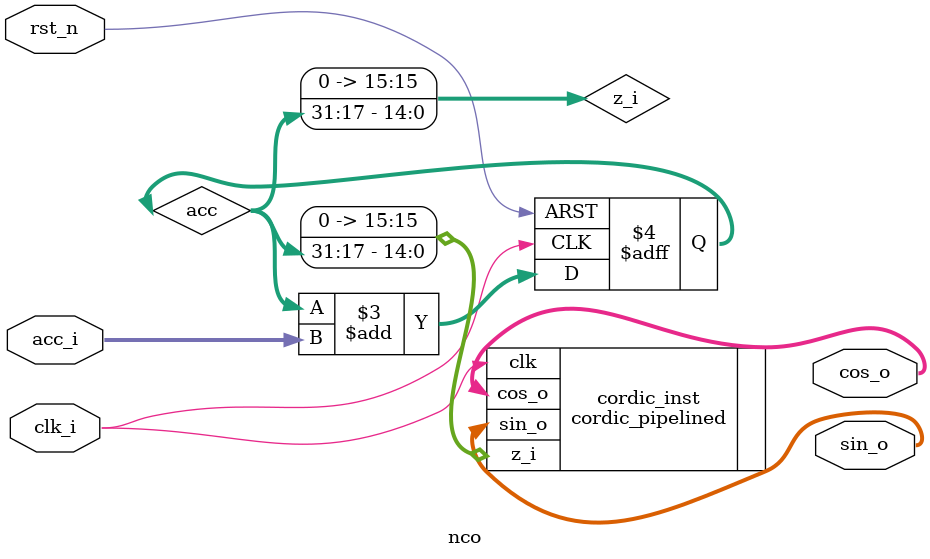
<source format=v>
/*
************************************************************************************************
*	File   : NCO.v
*	Module : 
*	Author : Lyu Yang
*	Date   : 10,11,2014
*	Description : pipelined nco
************************************************************************************************
*/
`timescale 1ns / 100ps
module nco #(
	parameter	VEC_WIDTH = 16,
	parameter	ANG_WIDTH = 16,
	parameter	ACC_WIDTH = 32	)(
	input	wire						clk_i,
	input	wire						rst_n,
	input	wire	[ACC_WIDTH-1:0]		acc_i,
	output	signed	[VEC_WIDTH-1:0]		cos_o,
	output	signed	[VEC_WIDTH-1:0]		sin_o
	);

/* What is cordic?
	Iteration of following equation:
	Xi+1 = Xi + delta*Yi*2^(-i)
	Yi+1 = Yi - delta*Xi*2^(-i)
	Zi+1 = Zi + delta*arctan(2^(-i))
*/

// Accumulator
reg		[ACC_WIDTH-1:0]		acc;

always @ (posedge clk_i, negedge rst_n)
begin
	if (!rst_n)
		acc <= 'd0;
	else
		acc <= acc + acc_i;
end

wire [ANG_WIDTH-1:0] z_i = acc[ACC_WIDTH-1 : ACC_WIDTH-ANG_WIDTH+1];

cordic_pipelined #(
	.VEC_WIDTH		(VEC_WIDTH),
	.ANG_WIDTH		(ANG_WIDTH)
)	cordic_inst (
	.clk			(clk_i),
	.z_i			(z_i),
	.cos_o			(cos_o), 
	.sin_o			(sin_o)
);
	
endmodule

</source>
